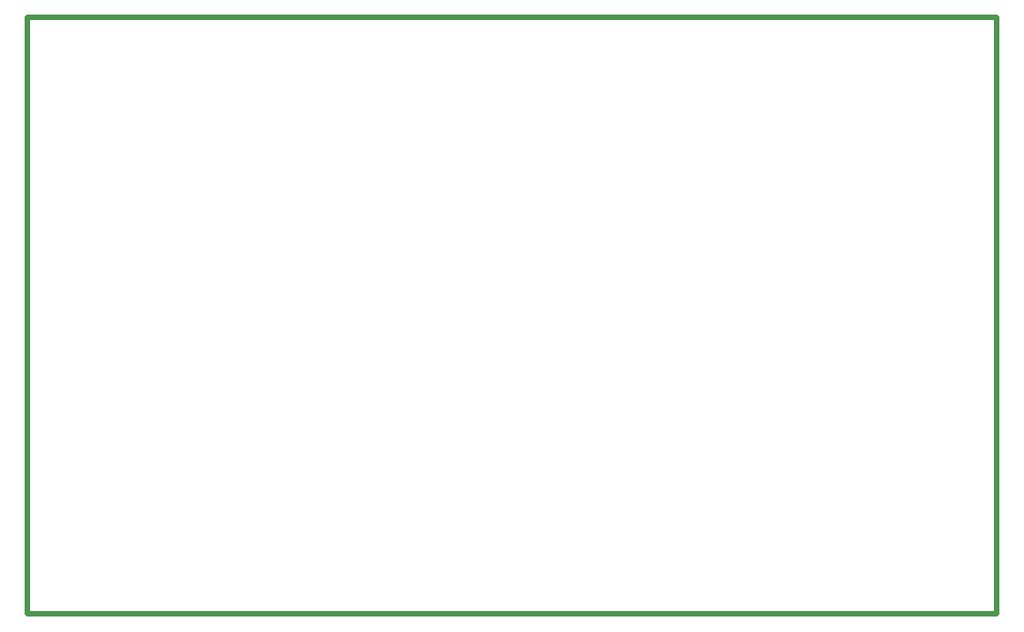
<source format=gm1>
G04*
G04 #@! TF.GenerationSoftware,Altium Limited,Altium Designer,19.1.5 (86)*
G04*
G04 Layer_Color=16711935*
%FSLAX25Y25*%
%MOIN*%
G70*
G01*
G75*
%ADD14C,0.02000*%
D14*
X0Y276000D02*
X354500D01*
X-0Y57500D02*
X0Y276000D01*
X-0Y57500D02*
X354500D01*
X354500Y276000D01*
X0D02*
X354500D01*
X-0Y57500D02*
X0Y276000D01*
X-0Y57500D02*
X354500D01*
X354500Y276000D01*
M02*

</source>
